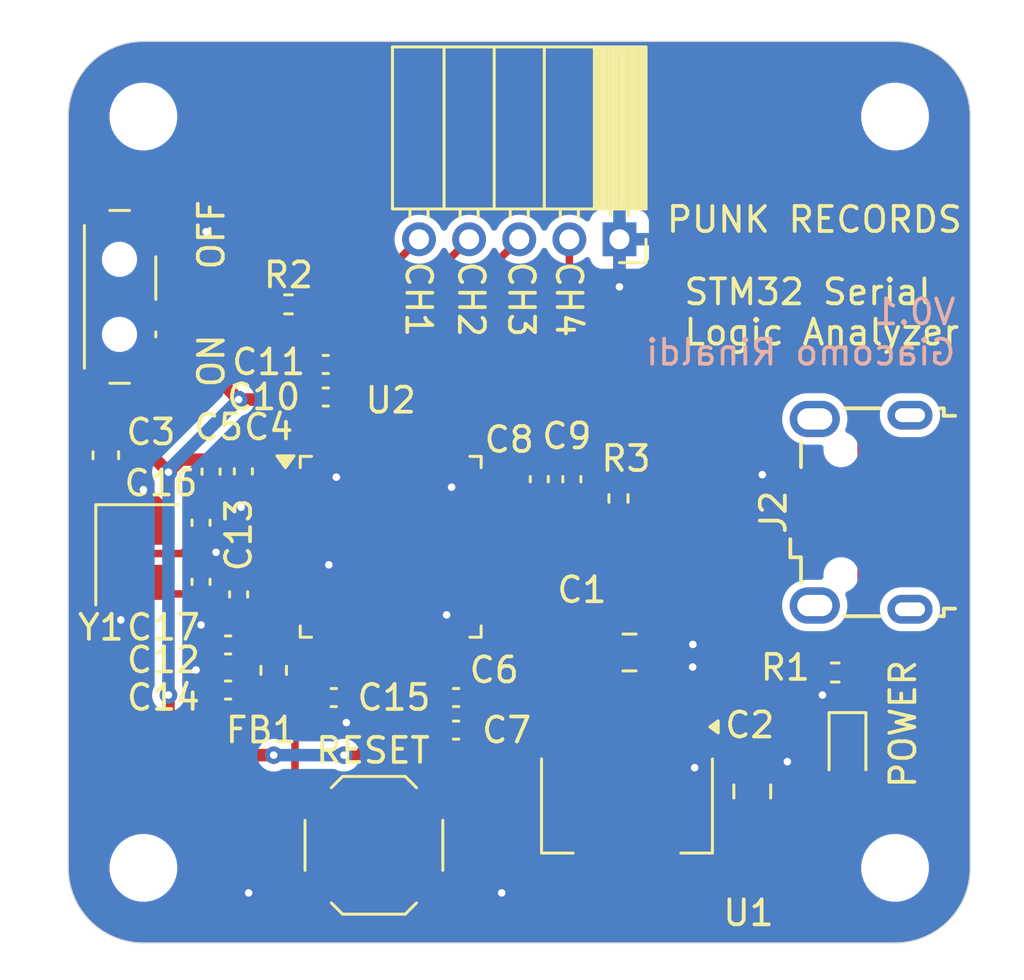
<source format=kicad_pcb>
(kicad_pcb (version 20240108) (generator "pcbnew") (generator_version "8.0")
  (title_block (title "Simple Logic Analyzer") (date "2025-06-21") (rev "0.1") (company "Giacomo Rinaldi ") (comment 1 "STM32-based logic analyzer"))
  (layers (0 "F.Cu" signal) (31 "B.Cu" signal) (34 "B.Paste" user) (35 "F.Paste" user) (36 "B.SilkS" user "B.Silkscreen") (37 "F.SilkS" user "F.Silkscreen") (38 "B.Mask" user) (39 "F.Mask" user) (44 "Edge.Cuts" user))
  (net 0 "")
  (net 1 "GND")
  (net 2 "VBUS")
  (net 3 "+3.3V")
  (net 4 "+3.3VA")
  (net 5 "/NRST")
  (net 6 "HSE_IN")
  (net 7 "HSE_OUT")
  (net 8 "/LED")
  (net 9 "CH4")
  (net 10 "CH3")
  (net 11 "CH2")
  (net 12 "CH1")
  (net 13 "/USB_DN")
  (net 18 "/USB_DP")
  (net 20 "/BOOT0")
  (net 21 "/SW_BOOT0")
  (footprint "Capacitor_SMD:C_0402_1005Metric" (layer "F.Cu") (at 151.68 89.2)
    (property "Reference" "C12" (at -2.58 0.6 180) (layer "F.SilkS"))
    (property "Value" "1u")
    (pad "1" smd roundrect (at -0.48 0) (size 0.56 0.62) (layers "F.Cu" "F.Paste" "F.Mask") (net 1 "GND"))
    (pad "2" smd roundrect (at 0.48 0) (size 0.56 0.62) (layers "F.Cu" "F.Paste" "F.Mask") (net 4 "+3.3VA"))
  )
  (footprint "Capacitor_SMD:C_0402_1005Metric" (layer "F.Cu") (at 152.29 82.27 -90)
    (property "Reference" "C4" (at -1.77 -1.01 180) (layer "F.SilkS"))
    (property "Value" "100n")
    (pad "1" smd roundrect (at -0.48 0 270) (size 0.56 0.62) (layers "F.Cu" "F.Paste" "F.Mask") (net 3 "+3.3V"))
    (pad "2" smd roundrect (at 0.48 0 270) (size 0.56 0.62) (layers "F.Cu" "F.Paste" "F.Mask") (net 1 "GND"))
  )
  (footprint "MountingHole:MountingHole_2.2mm_M2" (layer "F.Cu") (at 178.3 68.1)
    (property "Reference" "H2" (hide yes))
    (property "Value" "MountingHole")
    (pad "" np_thru_hole circle (at 0 0) (size 2.2 2.2) (drill 2.2) (layers "*.Cu" "*.Mask"))
  )
  (footprint "Capacitor_SMD:C_0805_2012Metric" (layer "F.Cu") (at 172.6 95.05 90)
    (property "Reference" "C2" (at 2.65 -0.1 180) (layer "F.SilkS"))
    (property "Value" "22u")
    (pad "1" smd roundrect (at -0.95 0 90) (size 1 1.45) (layers "F.Cu" "F.Paste" "F.Mask") (net 3 "+3.3V"))
    (pad "2" smd roundrect (at 0.95 0 90) (size 1 1.45) (layers "F.Cu" "F.Paste" "F.Mask") (net 1 "GND"))
  )
  (footprint "Capacitor_SMD:C_0603_1608Metric" (layer "F.Cu") (at 146.8 81.625 -90)
    (property "Reference" "C3" (at -0.925 -1.8 180) (layer "F.SilkS"))
    (property "Value" "10u")
    (pad "1" smd roundrect (at -0.775 0 270) (size 0.9 0.95) (layers "F.Cu" "F.Paste" "F.Mask") (net 3 "+3.3V"))
    (pad "2" smd roundrect (at 0.775 0 270) (size 0.9 0.95) (layers "F.Cu" "F.Paste" "F.Mask") (net 1 "GND"))
  )
  (footprint "Capacitor_SMD:C_0402_1005Metric" (layer "F.Cu") (at 150.6 84.32 90)
    (property "Reference" "C16" (at 1.58 -1.6 0) (layer "F.SilkS"))
    (property "Value" "10p")
    (pad "1" smd roundrect (at -0.48 0 90) (size 0.56 0.62) (layers "F.Cu" "F.Paste" "F.Mask") (net 6 "HSE_IN"))
    (pad "2" smd roundrect (at 0.48 0 90) (size 0.56 0.62) (layers "F.Cu" "F.Paste" "F.Mask") (net 1 "GND"))
  )
  (footprint "Capacitor_SMD:C_0402_1005Metric" (layer "F.Cu") (at 164.1 82.58 -90)
    (property "Reference" "C8" (at -1.58 1.2 0) (layer "F.SilkS"))
    (property "Value" "100n")
    (pad "1" smd roundrect (at -0.48 0 270) (size 0.56 0.62) (layers "F.Cu" "F.Paste" "F.Mask") (net 3 "+3.3V"))
    (pad "2" smd roundrect (at 0.48 0 270) (size 0.56 0.62) (layers "F.Cu" "F.Paste" "F.Mask") (net 1 "GND"))
  )
  (footprint "LED_SMD:LED_0603_1608Metric" (layer "F.Cu") (at 176.4 93.3875 -90)
    (property "Reference" "D1" (hide yes))
    (property "Value" "GREEN")
    (pad "1" smd roundrect (at -0.7875 0 270) (size 0.875 0.95) (layers "F.Cu" "F.Paste" "F.Mask") (net 8 "/LED"))
    (pad "2" smd roundrect (at 0.7875 0 270) (size 0.875 0.95) (layers "F.Cu" "F.Paste" "F.Mask") (net 3 "+3.3V"))
  )
  (footprint "MountingHole:MountingHole_2.2mm_M2" (layer "F.Cu") (at 178.3 98.1)
    (property "Reference" "H3" (hide yes))
    (property "Value" "MountingHole")
    (pad "" np_thru_hole circle (at 0 0) (size 2.2 2.2) (drill 2.2) (layers "*.Cu" "*.Mask"))
  )
  (footprint "Capacitor_SMD:C_0402_1005Metric" (layer "F.Cu") (at 155.9 91.3)
    (property "Reference" "C15" (at 2.4 0 0) (layer "F.SilkS"))
    (property "Value" "100n")
    (pad "1" smd roundrect (at -0.48 0) (size 0.56 0.62) (layers "F.Cu" "F.Paste" "F.Mask") (net 5 "/NRST"))
    (pad "2" smd roundrect (at 0.48 0) (size 0.56 0.62) (layers "F.Cu" "F.Paste" "F.Mask") (net 1 "GND"))
  )
  (footprint "MountingHole:MountingHole_2.2mm_M2" (layer "F.Cu") (at 148.3 98.1)
    (property "Reference" "H4" (hide yes))
    (property "Value" "MountingHole")
    (pad "" np_thru_hole circle (at 0 0) (size 2.2 2.2) (drill 2.2) (layers "*.Cu" "*.Mask"))
  )
  (footprint "Capacitor_SMD:C_0402_1005Metric" (layer "F.Cu") (at 165.4 82.58 -90)
    (property "Reference" "C9" (at -1.72 0.2 0) (layer "F.SilkS"))
    (property "Value" "1u")
    (pad "1" smd roundrect (at -0.48 0 270) (size 0.56 0.62) (layers "F.Cu" "F.Paste" "F.Mask") (net 3 "+3.3V"))
    (pad "2" smd roundrect (at 0.48 0 270) (size 0.56 0.62) (layers "F.Cu" "F.Paste" "F.Mask") (net 1 "GND"))
  )
  (footprint "Capacitor_SMD:C_0402_1005Metric" (layer "F.Cu") (at 160.78 92.6 180)
    (property "Reference" "C7" (at -2.02 0 0) (layer "F.SilkS"))
    (property "Value" "1u")
    (pad "1" smd roundrect (at -0.48 0 180) (size 0.56 0.62) (layers "F.Cu" "F.Paste" "F.Mask") (net 3 "+3.3V"))
    (pad "2" smd roundrect (at 0.48 0 180) (size 0.56 0.62) (layers "F.Cu" "F.Paste" "F.Mask") (net 1 "GND"))
  )
  (footprint "Capacitor_SMD:C_0402_1005Metric" (layer "F.Cu") (at 152.1 87.18 -90)
    (property "Reference" "C13" (at -2.38 0 -90) (layer "F.SilkS"))
    (property "Value" "100n")
    (pad "1" smd roundrect (at -0.48 0 270) (size 0.56 0.62) (layers "F.Cu" "F.Paste" "F.Mask") (net 1 "GND"))
    (pad "2" smd roundrect (at 0.48 0 270) (size 0.56 0.62) (layers "F.Cu" "F.Paste" "F.Mask") (net 4 "+3.3VA"))
  )
  (footprint "Capacitor_SMD:C_0402_1005Metric" (layer "F.Cu") (at 155.58 79.3)
    (property "Reference" "C10" (at -2.48 0 0) (layer "F.SilkS"))
    (property "Value" "100n")
    (pad "1" smd roundrect (at -0.48 0) (size 0.56 0.62) (layers "F.Cu" "F.Paste" "F.Mask") (net 3 "+3.3V"))
    (pad "2" smd roundrect (at 0.48 0) (size 0.56 0.62) (layers "F.Cu" "F.Paste" "F.Mask") (net 1 "GND"))
  )
  (footprint "Button_Switch_SMD:SW_SPST_TL3342" (layer "F.Cu") (at 157.5 97.2 180)
    (property "Reference" "SW1" (hide yes))
    (property "Value" "SW_Push")
    (pad "1" smd rect (at -3.15 -1.9 180) (size 1.7 1) (layers "F.Cu" "F.Paste" "F.Mask") (net 1 "GND"))
    (pad "1" smd rect (at 3.15 -1.9 180) (size 1.7 1) (layers "F.Cu" "F.Paste" "F.Mask") (net 1 "GND"))
    (pad "2" smd rect (at -3.15 1.9 180) (size 1.7 1) (layers "F.Cu" "F.Paste" "F.Mask") (net 5 "/NRST"))
    (pad "2" smd rect (at 3.15 1.9 180) (size 1.7 1) (layers "F.Cu" "F.Paste" "F.Mask") (net 5 "/NRST"))
  )
  (footprint "Crystal:Crystal_SMD_3225-4Pin_3.2x2.5mm" (layer "F.Cu") (at 148.05 85.6 -90)
    (property "Reference" "Y1" (at 2.9 1.45 180) (layer "F.SilkS"))
    (property "Value" "16MHz")
    (pad "1" smd rect (at -1.1 0.85 270) (size 1.4 1.2) (layers "F.Cu" "F.Paste" "F.Mask") (net 6 "HSE_IN"))
    (pad "2" smd rect (at 1.1 0.85 270) (size 1.4 1.2) (layers "F.Cu" "F.Paste" "F.Mask") (net 1 "GND"))
    (pad "3" smd rect (at 1.1 -0.85 270) (size 1.4 1.2) (layers "F.Cu" "F.Paste" "F.Mask") (net 7 "HSE_OUT"))
    (pad "4" smd rect (at -1.1 -0.85 270) (size 1.4 1.2) (layers "F.Cu" "F.Paste" "F.Mask") (net 1 "GND"))
  )
  (footprint "Capacitor_SMD:C_0402_1005Metric" (layer "F.Cu") (at 150.6 86.68 90)
    (property "Reference" "C17" (at -1.82 -1.5 180) (layer "F.SilkS"))
    (property "Value" "10p")
    (pad "1" smd roundrect (at -0.48 0 90) (size 0.56 0.62) (layers "F.Cu" "F.Paste" "F.Mask") (net 7 "HSE_OUT"))
    (pad "2" smd roundrect (at 0.48 0 90) (size 0.56 0.62) (layers "F.Cu" "F.Paste" "F.Mask") (net 1 "GND"))
  )
  (footprint "Package_QFP:LQFP-48_7x7mm_P0.5mm" (layer "F.Cu") (at 158.17 85.28)
    (property "Reference" "U2" (at 0 -5.85 0) (layer "F.SilkS"))
    (property "Value" "STM32F103C8Tx")
    (pad "1" smd roundrect (at -4.1625 -2.75) (size 1.475 0.3) (layers "F.Cu" "F.Paste" "F.Mask") (net 3 "+3.3V"))
    (pad "2" smd roundrect (at -4.1625 -2.25) (size 1.475 0.3) (layers "F.Cu" "F.Paste" "F.Mask"))
    (pad "3" smd roundrect (at -4.1625 -1.75) (size 1.475 0.3) (layers "F.Cu" "F.Paste" "F.Mask"))
    (pad "4" smd roundrect (at -4.1625 -1.25) (size 1.475 0.3) (layers "F.Cu" "F.Paste" "F.Mask"))
    (pad "5" smd roundrect (at -4.1625 -0.75) (size 1.475 0.3) (layers "F.Cu" "F.Paste" "F.Mask") (net 6 "HSE_IN"))
    (pad "6" smd roundrect (at -4.1625 -0.25) (size 1.475 0.3) (layers "F.Cu" "F.Paste" "F.Mask") (net 7 "HSE_OUT"))
    (pad "7" smd roundrect (at -4.1625 0.25) (size 1.475 0.3) (layers "F.Cu" "F.Paste" "F.Mask") (net 5 "/NRST"))
    (pad "8" smd roundrect (at -4.1625 0.75) (size 1.475 0.3) (layers "F.Cu" "F.Paste" "F.Mask") (net 1 "GND"))
    (pad "9" smd roundrect (at -4.1625 1.25) (size 1.475 0.3) (layers "F.Cu" "F.Paste" "F.Mask") (net 4 "+3.3VA"))
    (pad "10" smd roundrect (at -4.1625 1.75) (size 1.475 0.3) (layers "F.Cu" "F.Paste" "F.Mask"))
    (pad "11" smd roundrect (at -4.1625 2.25) (size 1.475 0.3) (layers "F.Cu" "F.Paste" "F.Mask"))
    (pad "12" smd roundrect (at -4.1625 2.75) (size 1.475 0.3) (layers "F.Cu" "F.Paste" "F.Mask"))
    (pad "13" smd roundrect (at -2.75 4.1625) (size 0.3 1.475) (layers "F.Cu" "F.Paste" "F.Mask"))
    (pad "14" smd roundrect (at -2.25 4.1625) (size 0.3 1.475) (layers "F.Cu" "F.Paste" "F.Mask"))
    (pad "15" smd roundrect (at -1.75 4.1625) (size 0.3 1.475) (layers "F.Cu" "F.Paste" "F.Mask"))
    (pad "16" smd roundrect (at -1.25 4.1625) (size 0.3 1.475) (layers "F.Cu" "F.Paste" "F.Mask"))
    (pad "17" smd roundrect (at -0.75 4.1625) (size 0.3 1.475) (layers "F.Cu" "F.Paste" "F.Mask"))
    (pad "18" smd roundrect (at -0.25 4.1625) (size 0.3 1.475) (layers "F.Cu" "F.Paste" "F.Mask"))
    (pad "19" smd roundrect (at 0.25 4.1625) (size 0.3 1.475) (layers "F.Cu" "F.Paste" "F.Mask"))
    (pad "20" smd roundrect (at 0.75 4.1625) (size 0.3 1.475) (layers "F.Cu" "F.Paste" "F.Mask"))
    (pad "21" smd roundrect (at 1.25 4.1625) (size 0.3 1.475) (layers "F.Cu" "F.Paste" "F.Mask"))
    (pad "22" smd roundrect (at 1.75 4.1625) (size 0.3 1.475) (layers "F.Cu" "F.Paste" "F.Mask"))
    (pad "23" smd roundrect (at 2.25 4.1625) (size 0.3 1.475) (layers "F.Cu" "F.Paste" "F.Mask") (net 1 "GND"))
    (pad "24" smd roundrect (at 2.75 4.1625) (size 0.3 1.475) (layers "F.Cu" "F.Paste" "F.Mask") (net 3 "+3.3V"))
    (pad "25" smd roundrect (at 4.1625 2.75) (size 1.475 0.3) (layers "F.Cu" "F.Paste" "F.Mask"))
    (pad "26" smd roundrect (at 4.1625 2.25) (size 1.475 0.3) (layers "F.Cu" "F.Paste" "F.Mask"))
    (pad "27" smd roundrect (at 4.1625 1.75) (size 1.475 0.3) (layers "F.Cu" "F.Paste" "F.Mask"))
    (pad "28" smd roundrect (at 4.1625 1.25) (size 1.475 0.3) (layers "F.Cu" "F.Paste" "F.Mask"))
    (pad "29" smd roundrect (at 4.1625 0.75) (size 1.475 0.3) (layers "F.Cu" "F.Paste" "F.Mask"))
    (pad "30" smd roundrect (at 4.1625 0.25) (size 1.475 0.3) (layers "F.Cu" "F.Paste" "F.Mask"))
    (pad "31" smd roundrect (at 4.1625 -0.25) (size 1.475 0.3) (layers "F.Cu" "F.Paste" "F.Mask"))
    (pad "32" smd roundrect (at 4.1625 -0.75) (size 1.475 0.3) (layers "F.Cu" "F.Paste" "F.Mask") (net 13 "/USB_DN"))
    (pad "33" smd roundrect (at 4.1625 -1.25) (size 1.475 0.3) (layers "F.Cu" "F.Paste" "F.Mask") (net 18 "/USB_DP"))
    (pad "34" smd roundrect (at 4.1625 -1.75) (size 1.475 0.3) (layers "F.Cu" "F.Paste" "F.Mask"))
    (pad "35" smd roundrect (at 4.1625 -2.25) (size 1.475 0.3) (layers "F.Cu" "F.Paste" "F.Mask") (net 1 "GND"))
    (pad "36" smd roundrect (at 4.1625 -2.75) (size 1.475 0.3) (layers "F.Cu" "F.Paste" "F.Mask") (net 3 "+3.3V"))
    (pad "37" smd roundrect (at 2.75 -4.1625) (size 0.3 1.475) (layers "F.Cu" "F.Paste" "F.Mask"))
    (pad "38" smd roundrect (at 2.25 -4.1625) (size 0.3 1.475) (layers "F.Cu" "F.Paste" "F.Mask"))
    (pad "39" smd roundrect (at 1.75 -4.1625) (size 0.3 1.475) (layers "F.Cu" "F.Paste" "F.Mask"))
    (pad "40" smd roundrect (at 1.25 -4.1625) (size 0.3 1.475) (layers "F.Cu" "F.Paste" "F.Mask") (net 9 "CH4"))
    (pad "41" smd roundrect (at 0.75 -4.1625) (size 0.3 1.475) (layers "F.Cu" "F.Paste" "F.Mask") (net 10 "CH3"))
    (pad "42" smd roundrect (at 0.25 -4.1625) (size 0.3 1.475) (layers "F.Cu" "F.Paste" "F.Mask") (net 11 "CH2"))
    (pad "43" smd roundrect (at -0.25 -4.1625) (size 0.3 1.475) (layers "F.Cu" "F.Paste" "F.Mask") (net 12 "CH1"))
    (pad "44" smd roundrect (at -0.75 -4.1625) (size 0.3 1.475) (layers "F.Cu" "F.Paste" "F.Mask") (net 20 "/BOOT0"))
    (pad "45" smd roundrect (at -1.25 -4.1625) (size 0.3 1.475) (layers "F.Cu" "F.Paste" "F.Mask"))
    (pad "46" smd roundrect (at -1.75 -4.1625) (size 0.3 1.475) (layers "F.Cu" "F.Paste" "F.Mask"))
    (pad "47" smd roundrect (at -2.25 -4.1625) (size 0.3 1.475) (layers "F.Cu" "F.Paste" "F.Mask") (net 1 "GND"))
    (pad "48" smd roundrect (at -2.75 -4.1625) (size 0.3 1.475) (layers "F.Cu" "F.Paste" "F.Mask") (net 3 "+3.3V"))
  )
  (footprint "Connector_USB:USB_Micro-B_Wuerth_629105150521" (layer "F.Cu") (at 176.945 83.9 90)
    (property "Reference" "J2" (at 0 -3.5 90) (layer "F.SilkS"))
    (property "Value" "USB_B_Micro")
    (pad "" np_thru_hole oval (at -2.5 -0.8 90) (size 0.8 0.8) (drill 0.8) (layers "*.Cu" "*.Mask"))
    (pad "" np_thru_hole oval (at 2.5 -0.8 90) (size 0.8 0.8) (drill 0.8) (layers "*.Cu" "*.Mask"))
    (pad "1" smd rect (at -1.3 -1.9 90) (size 0.45 1.3) (layers "F.Cu" "F.Paste" "F.Mask") (net 2 "VBUS"))
    (pad "2" smd rect (at -0.65 -1.9 90) (size 0.45 1.3) (layers "F.Cu" "F.Paste" "F.Mask") (net 13 "/USB_DN"))
    (pad "3" smd rect (at 0 -1.9 90) (size 0.45 1.3) (layers "F.Cu" "F.Paste" "F.Mask") (net 18 "/USB_DP"))
    (pad "4" smd rect (at 0.65 -1.9 90) (size 0.45 1.3) (layers "F.Cu" "F.Paste" "F.Mask"))
    (pad "5" smd rect (at 1.3 -1.9 90) (size 0.45 1.3) (layers "F.Cu" "F.Paste" "F.Mask") (net 1 "GND"))
    (pad "6" thru_hole oval (at -3.875 1.95 90) (size 1.15 1.8) (drill oval 0.55 1.2) (layers "*.Cu" "*.Mask"))
    (pad "6" thru_hole oval (at -3.725 -1.85 90) (size 1.45 2) (drill oval 0.85 1.4) (layers "*.Cu" "*.Mask"))
    (pad "6" thru_hole oval (at 3.725 -1.85 90) (size 1.45 2) (drill oval 0.85 1.4) (layers "*.Cu" "*.Mask"))
    (pad "6" thru_hole oval (at 3.875 1.95 90) (size 1.15 1.8) (drill oval 0.55 1.2) (layers "*.Cu" "*.Mask"))
  )
  (footprint "MountingHole:MountingHole_2.2mm_M2" (layer "F.Cu") (at 148.3 68.1)
    (property "Reference" "H1" (hide yes))
    (property "Value" "MountingHole")
    (pad "" np_thru_hole circle (at 0 0) (size 2.2 2.2) (drill 2.2) (layers "*.Cu" "*.Mask"))
  )
  (footprint "Connector_PinSocket_2.00mm:PinSocket_1x05_P2.00mm_Horizontal" (layer "F.Cu") (at 167.3 73 -90)
    (property "Reference" "J1" (hide yes))
    (property "Value" "Conn_01x05_Pin")
    (pad "1" thru_hole rect (at 0 0 270) (size 1.35 1.35) (drill 0.8) (layers "*.Cu" "*.Mask") (net 1 "GND"))
    (pad "2" thru_hole oval (at 0 2 270) (size 1.35 1.35) (drill 0.8) (layers "*.Cu" "*.Mask") (net 9 "CH4"))
    (pad "3" thru_hole oval (at 0 4 270) (size 1.35 1.35) (drill 0.8) (layers "*.Cu" "*.Mask") (net 10 "CH3"))
    (pad "4" thru_hole oval (at 0 6 270) (size 1.35 1.35) (drill 0.8) (layers "*.Cu" "*.Mask") (net 11 "CH2"))
    (pad "5" thru_hole oval (at 0 8 270) (size 1.35 1.35) (drill 0.8) (layers "*.Cu" "*.Mask") (net 12 "CH1"))
  )
  (footprint "Capacitor_SMD:C_0402_1005Metric" (layer "F.Cu") (at 151 82.28 -90)
    (property "Reference" "C5" (at -1.78 -0.3 180) (layer "F.SilkS"))
    (property "Value" "1u")
    (pad "1" smd roundrect (at -0.48 0 270) (size 0.56 0.62) (layers "F.Cu" "F.Paste" "F.Mask") (net 3 "+3.3V"))
    (pad "2" smd roundrect (at 0.48 0 270) (size 0.56 0.62) (layers "F.Cu" "F.Paste" "F.Mask") (net 1 "GND"))
  )
  (footprint "Resistor_SMD:R_0402_1005Metric" (layer "F.Cu") (at 175.91 90.3 180)
    (property "Reference" "R1" (at 1.99 0.2 0) (layer "F.SilkS"))
    (property "Value" "1k5")
    (pad "1" smd roundrect (at -0.51 0 180) (size 0.54 0.64) (layers "F.Cu" "F.Paste" "F.Mask") (net 8 "/LED"))
    (pad "2" smd roundrect (at 0.51 0 180) (size 0.54 0.64) (layers "F.Cu" "F.Paste" "F.Mask") (net 1 "GND"))
  )
  (footprint "Resistor_SMD:R_0402_1005Metric" (layer "F.Cu") (at 167.26 83.35 90)
    (property "Reference" "R3" (at 1.59 0.3 180) (layer "F.SilkS"))
    (property "Value" "1k5")
    (pad "1" smd roundrect (at -0.51 0 90) (size 0.54 0.64) (layers "F.Cu" "F.Paste" "F.Mask") (net 18 "/USB_DP"))
    (pad "2" smd roundrect (at 0.51 0 90) (size 0.54 0.64) (layers "F.Cu" "F.Paste" "F.Mask") (net 3 "+3.3V"))
  )
  (footprint "Inductor_SMD:L_0603_1608Metric" (layer "F.Cu") (at 153.5 90.2125 -90)
    (property "Reference" "FB1" (at 2.3875 0.5 180) (layer "F.SilkS"))
    (property "Value" "120R")
    (pad "1" smd roundrect (at -0.7875 0 270) (size 0.875 0.95) (layers "F.Cu" "F.Paste" "F.Mask") (net 4 "+3.3VA"))
    (pad "2" smd roundrect (at 0.7875 0 270) (size 0.875 0.95) (layers "F.Cu" "F.Paste" "F.Mask") (net 3 "+3.3V"))
  )
  (footprint "Capacitor_SMD:C_0402_1005Metric" (layer "F.Cu") (at 151.68 91)
    (property "Reference" "C14" (at -2.58 0.3 180) (layer "F.SilkS"))
    (property "Value" "1u")
    (pad "1" smd roundrect (at -0.48 0) (size 0.56 0.62) (layers "F.Cu" "F.Paste" "F.Mask") (net 1 "GND"))
    (pad "2" smd roundrect (at 0.48 0) (size 0.56 0.62) (layers "F.Cu" "F.Paste" "F.Mask") (net 3 "+3.3V"))
  )
  (footprint "Capacitor_SMD:C_0402_1005Metric" (layer "F.Cu") (at 160.78 91.3 180)
    (property "Reference" "C6" (at -1.52 1.1 0) (layer "F.SilkS"))
    (property "Value" "100n")
    (pad "1" smd roundrect (at -0.48 0 180) (size 0.56 0.62) (layers "F.Cu" "F.Paste" "F.Mask") (net 3 "+3.3V"))
    (pad "2" smd roundrect (at 0.48 0 180) (size 0.56 0.62) (layers "F.Cu" "F.Paste" "F.Mask") (net 1 "GND"))
  )
  (footprint "Resistor_SMD:R_0402_1005Metric" (layer "F.Cu") (at 154.09 75.6)
    (property "Reference" "R2" (at 0 -1.17 0) (layer "F.SilkS"))
    (property "Value" "10k")
    (pad "1" smd roundrect (at -0.51 0) (size 0.54 0.64) (layers "F.Cu" "F.Paste" "F.Mask") (net 21 "/SW_BOOT0"))
    (pad "2" smd roundrect (at 0.51 0) (size 0.54 0.64) (layers "F.Cu" "F.Paste" "F.Mask") (net 20 "/BOOT0"))
  )
  (footprint "Button_Switch_SMD:SW_SPDT_PCM12" (layer "F.Cu") (at 147.675 75.3 -90)
    (property "Reference" "SW2" (hide yes))
    (property "Value" "SW_SPDT")
    (pad "" smd rect (at -3.65 -0.78 270) (size 1 0.8) (layers "F.Cu" "F.Paste" "F.Mask"))
    (pad "" smd rect (at -3.65 1.43 270) (size 1 0.8) (layers "F.Cu" "F.Paste" "F.Mask"))
    (pad "" np_thru_hole circle (at -1.5 0.33 270) (size 0.9 0.9) (drill 0.9) (layers "*.Cu" "*.Mask"))
    (pad "" np_thru_hole circle (at 1.5 0.33 270) (size 0.9 0.9) (drill 0.9) (layers "*.Cu" "*.Mask"))
    (pad "" smd rect (at 3.65 -0.78 270) (size 1 0.8) (layers "F.Cu" "F.Paste" "F.Mask"))
    (pad "" smd rect (at 3.65 1.43 270) (size 1 0.8) (layers "F.Cu" "F.Paste" "F.Mask"))
    (pad "1" smd rect (at -2.25 -1.43 270) (size 0.7 1.5) (layers "F.Cu" "F.Paste" "F.Mask") (net 1 "GND"))
    (pad "2" smd rect (at 0.75 -1.43 270) (size 0.7 1.5) (layers "F.Cu" "F.Paste" "F.Mask") (net 21 "/SW_BOOT0"))
    (pad "3" smd rect (at 2.25 -1.43 270) (size 0.7 1.5) (layers "F.Cu" "F.Paste" "F.Mask") (net 3 "+3.3V"))
  )
  (footprint "Capacitor_SMD:C_0805_2012Metric" (layer "F.Cu") (at 167.7 89.5)
    (property "Reference" "C1" (at -1.9 -2.5 0) (layer "F.SilkS"))
    (property "Value" "22u")
    (pad "1" smd roundrect (at -0.95 0) (size 1 1.45) (layers "F.Cu" "F.Paste" "F.Mask") (net 2 "VBUS"))
    (pad "2" smd roundrect (at 0.95 0) (size 1 1.45) (layers "F.Cu" "F.Paste" "F.Mask") (net 1 "GND"))
  )
  (footprint "Capacitor_SMD:C_0402_1005Metric" (layer "F.Cu") (at 155.58 78)
    (property "Reference" "C11" (at -2.28 -0.1 0) (layer "F.SilkS"))
    (property "Value" "1u")
    (pad "1" smd roundrect (at -0.48 0) (size 0.56 0.62) (layers "F.Cu" "F.Paste" "F.Mask") (net 3 "+3.3V"))
    (pad "2" smd roundrect (at 0.48 0) (size 0.56 0.62) (layers "F.Cu" "F.Paste" "F.Mask") (net 1 "GND"))
  )
  (footprint "Package_TO_SOT_SMD:SOT-223-3_TabPin2" (layer "F.Cu") (at 167.6 95.6 -90)
    (property "Reference" "U1" (at 4.3 -4.85 180) (layer "F.SilkS"))
    (property "Value" "AMS1117-3.3")
    (pad "1" smd roundrect (at -3.15 -2.3 270) (size 2 1.5) (layers "F.Cu" "F.Paste" "F.Mask") (net 1 "GND"))
    (pad "2" smd roundrect (at -3.15 0 270) (size 2 1.5) (layers "F.Cu" "F.Paste" "F.Mask") (net 3 "+3.3V"))
    (pad "2" smd roundrect (at 3.15 0 270) (size 2 3.8) (layers "F.Cu" "F.Paste" "F.Mask") (net 3 "+3.3V"))
    (pad "3" smd roundrect (at -3.15 2.3 270) (size 2 1.5) (layers "F.Cu" "F.Paste" "F.Mask") (net 2 "VBUS"))
  )
  (gr_line (start 145.3 68.1) (end 145.3 98.1) (stroke (width 0.05)) (layer "Edge.Cuts"))
  (gr_line (start 181.3 98.1) (end 181.3 68.1) (stroke (width 0.05)) (layer "Edge.Cuts"))
  (gr_line (start 178.3 101.1) (end 148.3 101.1) (stroke (width 0.05)) (layer "Edge.Cuts"))
  (gr_arc (start 145.3 68.1) (mid 146.17868 65.97868) (end 148.3 65.1) (stroke (width 0.05)) (layer "Edge.Cuts"))
  (gr_arc (start 181.3 98.1) (mid 180.42132 100.22132) (end 178.3 101.1) (stroke (width 0.05)) (layer "Edge.Cuts"))
  (gr_arc (start 148.3 101.1) (mid 146.17868 100.22132) (end 145.3 98.1) (stroke (width 0.05)) (layer "Edge.Cuts"))
  (gr_arc (start 178.3 65.1) (mid 180.42132 65.97868) (end 181.3 68.1) (stroke (width 0.05)) (layer "Edge.Cuts"))
  (gr_line (start 148.3 65.1) (end 178.3 65.1) (stroke (width 0.05)) (layer "Edge.Cuts"))
  (gr_text "V0.1\nGiacomo Rinaldi " (at 180.8 78.1 -0) (layer "B.SilkS") (effects (font (size 1 1)) (justify left bottom mirror)))
  (gr_text "CH2\n" (at 160.8 73.8 270) (layer "F.SilkS") (effects (font (size 1 1)) (justify left bottom)))
  (gr_text "POWER" (at 179.2 95 90) (layer "F.SilkS") (effects (font (size 1 1)) (justify left bottom)))
  (gr_text "PUNK RECORDS" (at 169.1 72.8 0) (layer "F.SilkS") (effects (font (size 1 1)) (justify left bottom)))
  (gr_text "RESET" (at 155.1 94 0) (layer "F.SilkS") (effects (font (size 1 1)) (justify left bottom)))
  (gr_text "OFF" (at 151.6 74.3 90) (layer "F.SilkS") (effects (font (size 1 1)) (justify left bottom)))
  (gr_text "ON" (at 151.6 79 90) (layer "F.SilkS") (effects (font (size 1 1)) (justify left bottom)))
  (gr_text "CH1\n" (at 158.7 73.8 270) (layer "F.SilkS") (effects (font (size 1 1)) (justify left bottom)))
  (gr_text "STM32 Serial \nLogic Analyzer" (at 169.8 77.3 0) (layer "F.SilkS") (effects (font (size 1 1)) (justify left bottom)))
  (gr_text "CH4\n" (at 164.7 73.8 270) (layer "F.SilkS") (effects (font (size 1 1)) (justify left bottom)))
  (gr_text "CH3\n" (at 162.8 73.8 270) (layer "F.SilkS") (effects (font (size 1 1)) (justify left bottom)))
  (segment (start 154.0075 86.03) (end 152.77 86.03) (width 0.3) (layer "F.Cu") (net 1))
  (segment (start 154.0075 86.03) (end 155.67 86.03) (width 0.3) (layer "F.Cu") (net 1))
  (segment (start 160.65 99.1) (end 162.6 99.1) (width 0.5) (layer "F.Cu") (net 1))
  (segment (start 160.42 88.02) (end 160.4 88) (width 0.3) (layer "F.Cu") (net 1))
  (segment (start 160.3 92.6) (end 160.3 91.3) (width 0.5) (layer "F.Cu") (net 1))
  (segment (start 155.92 81.1175) (end 155.92 82.42) (width 0.3) (layer "F.Cu") (net 1))
  (segment (start 160.42 89.4425) (end 160.42 88.02) (width 0.3) (layer "F.Cu") (net 1))
  (segment (start 173.21 82.6) (end 173.08 82.47) (width 0.3) (layer "F.Cu") (net 1))
  (segment (start 156.06 78) (end 156.06 79.3) (width 0.5) (layer "F.Cu") (net 1))
  (segment (start 155.67 86.03) (end 155.7 86) (width 0.3) (layer "F.Cu") (net 1))
  (segment (start 160.73 83.03) (end 160.6 82.9) (width 0.3) (layer "F.Cu") (net 1))
  (segment (start 160.42 91.18) (end 160.3 91.3) (width 0.3) (layer "F.Cu") (net 1))
  (segment (start 156.38 92.28) (end 156.4 92.3) (width 0.5) (layer "F.Cu") (net 1))
  (segment (start 152.06 83.84) (end 152.2 83.7) (width 0.5) (layer "F.Cu") (net 1))
  (segment (start 160.42 89.4425) (end 160.42 91.18) (width 0.3) (layer "F.Cu") (net 1))
  (segment (start 151.2 91) (end 150.4 90.2) (width 0.5) (layer "F.Cu") (net 1))
  (segment (start 162.3325 83.03) (end 160.73 83.03) (width 0.3) (layer "F.Cu") (net 1))
  (segment (start 150.6 83.84) (end 152.06 83.84) (width 0.5) (layer "F.Cu") (net 1))
  (segment (start 175.4 90.3) (end 175.4 91.2) (width 0.5) (layer "F.Cu") (net 1))
  (segment (start 152.77 86.03) (end 152.1 86.7) (width 0.3) (layer "F.Cu") (net 1))
  (segment (start 148.9 83.6) (end 148.3 83) (width 0.5) (layer "F.Cu") (net 1))
  (segment (start 167.3 73) (end 167.3 74.9) (width 0.5) (layer "F.Cu") (net 1))
  (segment (start 164.07 83.03) (end 164.1 83.06) (width 0.3) (layer "F.Cu") (net 1))
  (segment (start 147.7 82.4) (end 148.3 83) (width 0.5) (layer "F.Cu") (net 1))
  (segment (start 149.105 73.05) (end 150.45 73.05) (width 0.5) (layer "F.Cu") (net 1))
  (segment (start 155.92 79.44) (end 156.06 79.3) (width 0.3) (layer "F.Cu") (net 1))
  (segment (start 155.92 82.42) (end 156 82.5) (width 0.3) (layer "F.Cu") (net 1))
  (segment (start 151.2 89.2) (end 151.2 89) (width 0.5) (layer "F.Cu") (net 1))
  (segment (start 146.8 82.4) (end 147.7 82.4) (width 0.5) (layer "F.Cu") (net 1))
  (segment (start 151 82.76) (end 151.26 82.76) (width 0.5) (layer "F.Cu") (net 1))
  (segment (start 150.45 73.05) (end 150.8 72.7) (width 0.5) (layer "F.Cu") (net 1))
  (segment (start 150.6 86.1) (end 151.2 85.5) (width 0.5) (layer "F.Cu") (net 1))
  (segment (start 147.2 86.7) (end 147.2 88) (width 0.5) (layer "F.Cu") (net 1))
  (segment (start 154.35 99.1) (end 152.5 99.1) (width 0.5) (layer "F.Cu") (net 1))
  (segment (start 162.3325 83.03) (end 164.07 83.03) (width 0.3) (layer "F.Cu") (net 1))
  (segment (start 152.29 83.61) (end 152.2 83.7) (width 0.5) (layer "F.Cu") (net 1))
  (segment (start 155.92 81.1175) (end 155.92 79.44) (width 0.3) (layer "F.Cu") (net 1))
  (segment (start 165.4 83.06) (end 164.1 83.06) (width 0.5) (layer "F.Cu") (net 1))
  (segment (start 152.29 82.75) (end 152.29 83.61) (width 0.5) (layer "F.Cu") (net 1))
  (segment (start 156.38 91.3) (end 156.38 92.28) (width 0.5) (layer "F.Cu") (net 1))
  (segment (start 148.9 84.5) (end 148.9 83.6) (width 0.5) (layer "F.Cu") (net 1))
  (segment (start 150.6 86.2) (end 150.6 86.1) (width 0.5) (layer "F.Cu") (net 1))
  (segment (start 151.2 89) (end 150.6 88.4) (width 0.5) (layer "F.Cu") (net 1))
  (segment (start 151.26 82.76) (end 152.2 83.7) (width 0.5) (layer "F.Cu") (net 1))
  (segment (start 175.045 82.6) (end 173.21 82.6) (width 0.3) (layer "F.Cu") (net 1))
  (segment (start 147.2 88) (end 147.4 88.2) (width 0.5) (layer "F.Cu") (net 1))
  (via (at 175.4 91.2) (size 0.7) (drill 0.3) (layers "F.Cu" "B.Cu") (net 1))
  (via (at 170.23 89.18) (size 0.7) (drill 0.3) (layers "F.Cu" "B.Cu") (net 1))
  (via (at 150.4 90.2) (size 0.7) (drill 0.3) (layers "F.Cu" "B.Cu") (net 1))
  (via (at 147.4 88.2) (size 0.7) (drill 0.3) (layers "F.Cu" "B.Cu") (net 1))
  (via (at 156.4 92.3) (size 0.7) (drill 0.3) (layers "F.Cu" "B.Cu") (net 1))
  (via (at 167.3 74.9) (size 0.7) (drill 0.3) (layers "F.Cu" "B.Cu") (net 1))
  (via (at 170.22 90.08) (size 0.7) (drill 0.3) (layers "F.Cu" "B.Cu") (net 1))
  (via (at 152.2 83.7) (size 0.7) (drill 0.3) (layers "F.Cu" "B.Cu") (net 1))
  (via (at 151.2 85.5) (size 0.7) (drill 0.3) (layers "F.Cu" "B.Cu") (net 1))
  (via (at 152.5 99.1) (size 0.7) (drill 0.3) (layers "F.Cu" "B.Cu") (net 1))
  (via (at 173 82.4) (size 0.7) (drill 0.3) (layers "F.Cu" "B.Cu") (net 1))
  (via (at 160.6 82.9) (size 0.7) (drill 0.3) (layers "F.Cu" "B.Cu") (net 1))
  (via (at 148.3 83) (size 0.7) (drill 0.3) (layers "F.Cu" "B.Cu") (net 1))
  (via (at 174 93.86) (size 0.7) (drill 0.3) (layers "F.Cu" "B.Cu") (net 1))
  (via (at 155.7 86) (size 0.7) (drill 0.3) (layers "F.Cu" "B.Cu") (net 1))
  (via (at 150.6 88.4) (size 0.7) (drill 0.3) (layers "F.Cu" "B.Cu") (net 1))
  (via (at 156 82.5) (size 0.7) (drill 0.3) (layers "F.Cu" "B.Cu") (net 1))
  (via (at 150.8 72.7) (size 0.7) (drill 0.3) (layers "F.Cu" "B.Cu") (net 1))
  (via (at 162.6 99.1) (size 0.7) (drill 0.3) (layers "F.Cu" "B.Cu") (net 1))
  (via (at 160.4 88) (size 0.7) (drill 0.3) (layers "F.Cu" "B.Cu") (net 1))
  (via (at 170.3 94.1) (size 0.7) (drill 0.3) (layers "F.Cu" "B.Cu") (net 1))
  (segment (start 153.7 79.4) (end 155.1 78) (width 0.5) (layer "F.Cu") (net 3))
  (segment (start 153.5 92.3) (end 152.2 93.6) (width 0.5) (layer "F.Cu") (net 3))
  (segment (start 162.23 93.57) (end 156.33 93.57) (width 0.5) (layer "F.Cu") (net 3))
  (segment (start 152.2 93.6) (end 150.6 93.6) (width 0.5) (layer "F.Cu") (net 3))
  (segment (start 165.4 82.1) (end 164.1 82.1) (width 0.5) (layer "F.Cu") (net 3))
  (segment (start 162.7625 82.1) (end 164.1 82.1) (width 0.3) (layer "F.Cu") (net 3))
  (segment (start 152.16 91) (end 153.5 91) (width 0.5) (layer "F.Cu") (net 3))
  (segment (start 176.4 94.175) (end 176.4 94.475) (width 0.5) (layer "F.Cu") (net 3))
  (segment (start 172.6 96) (end 174.875 96) (width 0.5) (layer "F.Cu") (net 3))
  (segment (start 177.045 89.245) (end 177.045 78.445) (width 0.5) (layer "F.Cu") (net 3))
  (segment (start 162.3325 82.53) (end 162.7625 82.1) (width 0.3) (layer "F.Cu") (net 3))
  (segment (start 149.3 82.3) (end 147.85 80.85) (width 0.5) (layer "F.Cu") (net 3))
  (segment (start 153.2675 81.79) (end 152.29 81.79) (width 0.3) (layer "F.Cu") (net 3))
  (segment (start 150.25 77.55) (end 152.1 79.4) (width 0.5) (layer "F.Cu") (net 3))
  (segment (start 147.85 80.85) (end 146.8 80.85) (width 0.5) (layer "F.Cu") (net 3))
  (segment (start 150.6 93.6) (end 149.3 92.3) (width 0.5) (layer "F.Cu") (net 3))
  (segment (start 178.4 90.6) (end 177.045 89.245) (width 0.5) (layer "F.Cu") (net 3))
  (segment (start 154.0075 82.53) (end 153.2675 81.79) (width 0.3) (layer "F.Cu") (net 3))
  (segment (start 163.36 94.7) (end 162.23 93.57) (width 0.5) (layer "F.Cu") (net 3))
  (segment (start 176.1 77.5) (end 172.6 77.5) (width 0.5) (layer "F.Cu") (net 3))
  (segment (start 160.92 90.96) (end 161.26 91.3) (width 0.3) (layer "F.Cu") (net 3))
  (segment (start 162.23 93.57) (end 161.26 92.6) (width 0.5) (layer "F.Cu") (net 3))
  (segment (start 153.5 93.6) (end 152.2 93.6) (width 0.5) (layer "F.Cu") (net 3))
  (segment (start 155.1 78) (end 155.1 79.3) (width 0.5) (layer "F.Cu") (net 3))
  (segment (start 172.6 77.5) (end 167.26 82.84) (width 0.5) (layer "F.Cu") (net 3))
  (segment (start 166.3 94.7) (end 163.36 94.7) (width 0.5) (layer "F.Cu") (net 3))
  (segment (start 149.8 81.8) (end 149.3 82.3) (width 0.5) (layer "F.Cu") (net 3))
  (segment (start 167.6 93.4) (end 166.3 94.7) (width 0.5) (layer "F.Cu") (net 3))
  (segment (start 177.045 78.445) (end 176.1 77.5) (width 0.5) (layer "F.Cu") (net 3))
  (segment (start 152.28 81.8) (end 152.29 81.79) (width 0.5) (layer "F.Cu") (net 3))
  (segment (start 151 81.8) (end 149.8 81.8) (width 0.5) (layer "F.Cu") (net 3))
  (segment (start 166.61 82.1) (end 167.3 82.79) (width 0.5) (layer "F.Cu") (net 3))
  (segment (start 149.3 92.3) (end 149.3 91.2) (width 0.5) (layer "F.Cu") (net 3))
  (segment (start 167.6 92.45) (end 167.6 93.4) (width 0.5) (layer "F.Cu") (net 3))
  (segment (start 153.5 91) (end 153.5 92.3) (width 0.5) (layer "F.Cu") (net 3))
  (segment (start 178.4 92.175) (end 178.4 90.6) (width 0.5) (layer "F.Cu") (net 3))
  (segment (start 165.4 82.1) (end 166.61 82.1) (width 0.5) (layer "F.Cu") (net 3))
  (segment (start 151 81.8) (end 152.28 81.8) (width 0.5) (layer "F.Cu") (net 3))
  (segment (start 176.4 94.475) (end 174.875 96) (width 0.5) (layer "F.Cu") (net 3))
  (segment (start 155.42 79.62) (end 155.1 79.3) (width 0.3) (layer "F.Cu") (net 3))
  (segment (start 152.1 79.4) (end 153.7 79.4) (width 0.5) (layer "F.Cu") (net 3))
  (segment (start 160.92 89.4425) (end 160.92 90.96) (width 0.3) (layer "F.Cu") (net 3))
  (segment (start 156.33 93.57) (end 156.3 93.6) (width 0.5) (layer "F.Cu") (net 3))
  (segment (start 155.42 81.1175) (end 155.42 79.62) (width 0.3) (layer "F.Cu") (net 3))
  (segment (start 161.26 92.6) (end 161.26 91.3) (width 0.5) (layer "F.Cu") (net 3))
  (segment (start 176.4 94.175) (end 178.4 92.175) (width 0.5) (layer "F.Cu") (net 3))
  (segment (start 149.105 77.55) (end 150.25 77.55) (width 0.5) (layer "F.Cu") (net 3))
  (via (at 156.3 93.6) (size 0.7) (drill 0.3) (layers "F.Cu" "B.Cu") (net 3))
  (via (at 149.3 91.2) (size 0.7) (drill 0.3) (layers "F.Cu" "B.Cu") (net 3))
  (via (at 152.1 79.4) (size 0.7) (drill 0.3) (layers "F.Cu" "B.Cu") (net 3))
  (via (at 149.3 82.3) (size 0.7) (drill 0.3) (layers "F.Cu" "B.Cu") (net 3))
  (via (at 153.5 93.6) (size 0.7) (drill 0.3) (layers "F.Cu" "B.Cu") (net 3))
  (segment (start 156.3 93.6) (end 153.5 93.6) (width 0.5) (layer "B.Cu") (net 3))
  (segment (start 149.3 82.2) (end 152.1 79.4) (width 0.5) (layer "B.Cu") (net 3))
  (segment (start 149.3 91.2) (end 149.3 82.3) (width 0.5) (layer "B.Cu") (net 3))
  (segment (start 149.3 82.3) (end 149.3 82.2) (width 0.5) (layer "B.Cu") (net 3))
  (segment (start 154.0075 86.53) (end 153.16688 86.53) (width 0.3) (layer "F.Cu") (net 4))
  (segment (start 152.8 87.269999) (end 152.409999 87.66) (width 0.3) (layer "F.Cu") (net 4))
  (segment (start 152.16 89.2) (end 152.16 87.72) (width 0.5) (layer "F.Cu") (net 4))
  (segment (start 153.275 89.2) (end 153.5 89.425) (width 0.5) (layer "F.Cu") (net 4))
  (segment (start 152.16 89.2) (end 153.275 89.2) (width 0.5) (layer "F.Cu") (net 4))
  (segment (start 152.8 86.89688) (end 152.8 87.269999) (width 0.3) (layer "F.Cu") (net 4))
  (segment (start 153.16688 86.53) (end 152.8 86.89688) (width 0.3) (layer "F.Cu") (net 4))
  (segment (start 152.409999 87.66) (end 152.1 87.66) (width 0.3) (layer "F.Cu") (net 4))
  (segment (start 152.16 87.72) (end 152.1 87.66) (width 0.5) (layer "F.Cu") (net 4))
  (segment (start 154.84812 85.53) (end 154.0075 85.53) (width 0.3) (layer "F.Cu") (net 5))
  (segment (start 154.35 92.37) (end 155.42 91.3) (width 0.3) (layer "F.Cu") (net 5))
  (segment (start 154.92 90.8) (end 154.92 88.60188) (width 0.3) (layer "F.Cu") (net 5))
  (segment (start 154.35 95.3) (end 154.35 92.37) (width 0.3) (layer "F.Cu") (net 5))
  (segment (start 154.92 88.60188) (end 156.4 87.12188) (width 0.3) (layer "F.Cu") (net 5))
  (segment (start 155.42 91.3) (end 154.92 90.8) (width 0.3) (layer "F.Cu") (net 5))
  (segment (start 155.095 85.28312) (end 154.84812 85.53) (width 0.3) (layer "F.Cu") (net 5))
  (segment (start 156.4 87.12188) (end 156.4 85.7) (width 0.3) (layer "F.Cu") (net 5))
  (segment (start 156.4 85.7) (end 155.98312 85.28312) (width 0.3) (layer "F.Cu") (net 5))
  (segment (start 155.98312 85.28312) (end 155.095 85.28312) (width 0.3) (layer "F.Cu") (net 5))
  (segment (start 154.35 95.3) (end 160.65 95.3) (width 0.3) (layer "F.Cu") (net 5))
  (segment (start 154.0075 84.53) (end 150.87 84.53) (width 0.3) (layer "F.Cu") (net 6))
  (segment (start 147.2 84.75) (end 147.2 84.5) (width 0.3) (layer "F.Cu") (net 6))
  (segment (start 150.87 84.53) (end 150.6 84.8) (width 0.3) (layer "F.Cu") (net 6))
  (segment (start 150.6 84.8) (end 149.85 85.55) (width 0.3) (layer "F.Cu") (net 6))
  (segment (start 148 85.55) (end 147.2 84.75) (width 0.3) (layer "F.Cu") (net 6))
  (segment (start 149.85 85.55) (end 148 85.55) (width 0.3) (layer "F.Cu") (net 6))
  (segment (start 151.26 86.533154) (end 151.26 86.546846) (width 0.3) (layer "F.Cu") (net 7))
  (segment (start 154.0075 85.03) (end 152.763154 85.03) (width 0.3) (layer "F.Cu") (net 7))
  (segment (start 150.646846 87.16) (end 150.6 87.16) (width 0.3) (layer "F.Cu") (net 7))
  (segment (start 152.763154 85.03) (end 151.26 86.533154) (width 0.3) (layer "F.Cu") (net 7))
  (segment (start 151.26 86.546846) (end 150.646846 87.16) (width 0.3) (layer "F.Cu") (net 7))
  (segment (start 149.36 87.16) (end 148.9 86.7) (width 0.3) (layer "F.Cu") (net 7))
  (segment (start 150.6 87.16) (end 149.36 87.16) (width 0.3) (layer "F.Cu") (net 7))
  (segment (start 176.42 92.58) (end 176.4 92.6) (width 0.3) (layer "F.Cu") (net 8))
  (segment (start 176.42 90.3) (end 176.42 92.58) (width 0.3) (layer "F.Cu") (net 8))
  (segment (start 165.3 74.39688) (end 165.3 74.3) (width 0.3) (layer "F.Cu") (net 9))
  (segment (start 165.3 74.3) (end 165.3 73) (width 0.3) (layer "F.Cu") (net 9))
  (segment (start 159.42 80.27688) (end 165.3 74.39688) (width 0.3) (layer "F.Cu") (net 9))
  (segment (start 159.42 81.1175) (end 159.42 80.27688) (width 0.3) (layer "F.Cu") (net 9))
  (segment (start 158.92 79.88) (end 160.3 78.5) (width 0.3) (layer "F.Cu") (net 10))
  (segment (start 160.3 78.5) (end 160.3 76) (width 0.3) (layer "F.Cu") (net 10))
  (segment (start 160.3 76) (end 163.3 73) (width 0.3) (layer "F.Cu") (net 10))
  (segment (start 158.92 81.1175) (end 158.92 79.88) (width 0.3) (layer "F.Cu") (net 10))
  (segment (start 159.3 78.5) (end 159.3 75) (width 0.3) (layer "F.Cu") (net 11))
  (segment (start 158.42 81.1175) (end 158.42 79.38) (width 0.3) (layer "F.Cu") (net 11))
  (segment (start 159.3 75) (end 161.3 73) (width 0.3) (layer "F.Cu") (net 11))
  (segment (start 158.42 79.38) (end 159.3 78.5) (width 0.3) (layer "F.Cu") (net 11))
  (segment (start 157.92 74.38) (end 159.3 73) (width 0.3) (layer "F.Cu") (net 12))
  (segment (start 157.92 81.1175) (end 157.92 74.38) (width 0.3) (layer "F.Cu") (net 12))
  (segment (start 175.045 84.55) (end 174.069999 84.55) (width 0.2) (layer "F.Cu") (net 13))
  (segment (start 163.492931 84.505) (end 162.945 84.505) (width 0.2) (layer "F.Cu") (net 13))
  (segment (start 163.547931 84.45) (end 163.492931 84.505) (width 0.2) (layer "F.Cu") (net 13))
  (segment (start 174.069999 84.55) (end 173.969999 84.45) (width 0.2) (layer "F.Cu") (net 13))
  (segment (start 162.945 84.505) (end 162.92 84.53) (width 0.2) (layer "F.Cu") (net 13))
  (segment (start 162.92 84.53) (end 162.3325 84.53) (width 0.2) (layer "F.Cu") (net 13))
  (segment (start 173.969999 84.45) (end 163.547931 84.45) (width 0.2) (layer "F.Cu") (net 13))
  (segment (start 162.92 84.03) (end 162.3325 84.03) (width 0.2) (layer "F.Cu") (net 18))
  (segment (start 163.320725 84.055) (end 162.945 84.055) (width 0.2) (layer "F.Cu") (net 18))
  (segment (start 173.969999 84) (end 163.375725 84) (width 0.2) (layer "F.Cu") (net 18))
  (segment (start 162.945 84.055) (end 162.92 84.03) (width 0.2) (layer "F.Cu") (net 18))
  (segment (start 174.069999 83.9) (end 173.969999 84) (width 0.2) (layer "F.Cu") (net 18))
  (segment (start 163.375725 84) (end 163.320725 84.055) (width 0.2) (layer "F.Cu") (net 18))
  (segment (start 175.045 83.9) (end 174.069999 83.9) (width 0.2) (layer "F.Cu") (net 18))
  (segment (start 157.42 80.27688) (end 156.935 79.79188) (width 0.3) (layer "F.Cu") (net 20))
  (segment (start 157.42 81.1175) (end 157.42 80.27688) (width 0.3) (layer "F.Cu") (net 20))
  (segment (start 156.935 79.79188) (end 156.935 77.665) (width 0.3) (layer "F.Cu") (net 20))
  (segment (start 156.935 77.665) (end 154.869999 75.6) (width 0.3) (layer "F.Cu") (net 20))
  (segment (start 154.869999 75.6) (end 154.6 75.6) (width 0.3) (layer "F.Cu") (net 20))
  (segment (start 149.105 76.05) (end 153.13 76.05) (width 0.3) (layer "F.Cu") (net 21))
  (segment (start 153.13 76.05) (end 153.58 75.6) (width 0.3) (layer "F.Cu") (net 21))
  (zone (net 2) (net_name "VBUS") (layer "F.Cu") (priority 1) (connect_pads yes (clearance 0.3)) (min_thickness 0.25) (fill yes (thermal_gap 0.5) (thermal_bridge_width 0.5))
    (polygon (pts (xy 166.28 93.27) (xy 166.02 93.65) (xy 164.66 93.68) (xy 164.36 93.33) (xy 164.45 91.14) (xy 165.99 90.28) (xy 166.07 88.4) (xy 170.97 84.99) (xy 175.69 84.98) (xy 175.86 85.08) (xy 175.86 85.45) (xy 175.71 85.57) (xy 171.15 85.52) (xy 167.41 88.16) (xy 167.41 89.87) (xy 167.09 90.33) (xy 166.27 90.89)))
  )
  (zone (net 1) (net_name "GND") (layer "F.Cu") (priority 3) (connect_pads yes (clearance 0.3)) (min_thickness 0.25) (fill yes (thermal_gap 0.5) (thermal_bridge_width 0.5))
    (polygon (pts (xy 168.37 88.4) (xy 170.51 88.39) (xy 170.95 88.87) (xy 170.98 92.86) (xy 171.52 93.17) (xy 173.65 93.15) (xy 174.44 93.42) (xy 174.42 94.18) (xy 173.73 94.71) (xy 170.11 94.69) (xy 169.11 93.77) (xy 169.15 91.1) (xy 168.13 90.64) (xy 168.12 88.4)))
  )
  (zone (net 3) (net_name "+3.3V") (layer "F.Cu") (priority 2) (connect_pads yes (clearance 0.3)) (min_thickness 0.25) (fill yes (thermal_gap 0.5) (thermal_bridge_width 0.5))
    (polygon (pts (xy 166.72 93.73) (xy 166.75 91.8) (xy 167.28 91.33) (xy 168.18 91.34) (xy 168.62 91.7) (xy 168.59 94.56) (xy 169.38 95.12) (xy 173.2 95.35) (xy 173.78 95.67) (xy 173.8 96.39) (xy 173.47 96.81) (xy 170.79 96.88) (xy 169.96 97.69) (xy 169.91 99.42) (xy 169.45 99.96) (xy 165.72 99.96) (xy 165.21 99.49) (xy 165.19 98.08) (xy 166.51 96.92)))
  )
  (zone (net 1) (net_name "GND") (layer "B.Cu") (connect_pads (clearance 0.3)) (min_thickness 0.25) (fill yes (thermal_gap 0.5) (thermal_bridge_width 0.5))
    (polygon (pts (xy 143.3 63.8) (xy 183 63.7) (xy 182.6 102.6) (xy 143.6 102.6)))
  )
)
</source>
